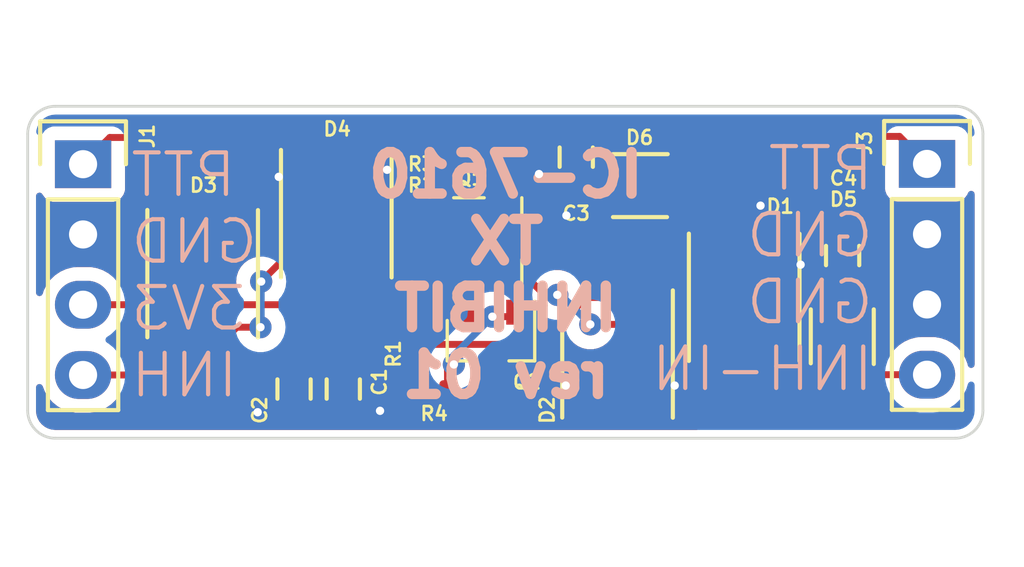
<source format=kicad_pcb>
(kicad_pcb (version 20221018) (generator pcbnew)
  (title_block (title "IC-746 TX inhibit") (date "2023-09-14") (rev "01"))
  (layers (0 "F.Cu" signal) (31 "B.Cu" signal) (34 "B.Paste" user) (35 "F.Paste" user) (36 "B.SilkS" user "B.Silkscreen") (37 "F.SilkS" user "F.Silkscreen") (38 "B.Mask" user) (39 "F.Mask" user) (44 "Edge.Cuts" user))
  (net 0 "")
  (net 1 "Net-(D4-A)")
  (net 2 "GND")
  (net 3 "Net-(D3-A)")
  (net 4 "Net-(D6-K)")
  (net 5 "Net-(D5-K)")
  (net 6 "Net-(D1-A)")
  (net 7 "Net-(D2-A)")
  (net 8 "Net-(Q1-G)")
  (net 9 "Net-(Q1-S)")
  (net 10 "Net-(Q2-G)")
  (footprint "RemoteQTH:R_0402" (layer "F.Cu") (at 14.192 -3.556 -90)
    (fp_text reference "R1" (at 0.508 0.984 90) (layer "F.SilkS") (effects (font (size 0.5 0.5) (thickness 0.1))))
    (fp_text value "R_10k_1%_0402")
    (pad "1" smd roundrect (at -0.485 0 270) (size 0.59 0.64) (layers "F.Cu" "F.Paste" "F.Mask") (net 1 "Net-(D4-A)"))
    (pad "2" smd roundrect (at 0.485 0 270) (size 0.59 0.64) (layers "F.Cu" "F.Paste" "F.Mask") (net 7 "Net-(D2-A)"))
  )
  (footprint "RemoteQTH:D_SOD-123" (layer "F.Cu") (at 29.432 -2.683 -90)
    (fp_text reference "D5" (at -5.953 -0.032 -180) (layer "F.SilkS") (effects (font (size 0.5 0.5) (thickness 0.1))))
    (fp_text value "D_40V-1A_B5819W_SOD123")
    (fp_line (start -1.975 -1.125) (end 0 -1.125) (stroke (width 0.15)) (layer "F.SilkS"))
    (fp_line (start -1.975 1.15) (end -0.025 1.15) (stroke (width 0.15)) (layer "F.SilkS"))
    (pad "1" smd rect (at -1.635 0 270) (size 0.91 1.22) (layers "F.Cu" "F.Paste" "F.Mask") (net 5 "Net-(D5-K)"))
    (pad "2" smd rect (at 1.635 0 270) (size 0.91 1.22) (layers "F.Cu" "F.Paste" "F.Mask") (net 6 "Net-(D1-A)"))
  )
  (footprint "RemoteQTH:D_SMB_Standard" (layer "F.Cu") (at 6.318 -4.92884 -90)
    (fp_text reference "D3" (at -4.21516 -0.032 -180) (layer "F.SilkS") (effects (font (size 0.5 0.5) (thickness 0.1))))
    (fp_text value "D_TVS-5.8V-58A_P6SMB6.8CA_SMB-DO214AA")
    (fp_line (start -3.32232 1.99644) (end 1.28016 1.99644) (stroke (width 0.15)) (layer "F.SilkS"))
    (fp_line (start -3.31724 -1.99898) (end 1.28524 -1.99898) (stroke (width 0.15)) (layer "F.SilkS"))
    (pad "1" smd rect (at -2.14884 0 270) (size 2.49936 2.30124) (layers "F.Cu" "F.Paste" "F.Mask") (net 2 "GND"))
    (pad "2" smd rect (at 2.14884 0 270) (size 2.49936 2.30124) (layers "F.Cu" "F.Paste" "F.Mask") (net 3 "Net-(D3-A)"))
  )
  (footprint "RemoteQTH:D_SMB_Standard" (layer "F.Cu") (at 21.304 -4.064 90)
    (fp_text reference "D2" (at -3.048 -2.54 90) (layer "F.SilkS") (effects (font (size 0.5 0.5) (thickness 0.1))))
    (fp_text value "D_TVS-5.8V-58A_P6SMB6.8CA_SMB-DO214AA")
    (fp_line (start -3.32232 1.99644) (end 1.28016 1.99644) (stroke (width 0.15)) (layer "F.SilkS"))
    (fp_line (start -3.31724 -1.99898) (end 1.28524 -1.99898) (stroke (width 0.15)) (layer "F.SilkS"))
    (pad "1" smd rect (at -2.14884 0 90) (size 2.49936 2.30124) (layers "F.Cu" "F.Paste" "F.Mask") (net 2 "GND"))
    (pad "2" smd rect (at 2.14884 0 90) (size 2.49936 2.30124) (layers "F.Cu" "F.Paste" "F.Mask") (net 7 "Net-(D2-A)"))
  )
  (footprint "RemoteQTH:D_SOD-123" (layer "F.Cu") (at 23.114 -9.144)
    (fp_text reference "D6" (at -1.016 -1.725) (layer "F.SilkS") (effects (font (size 0.5 0.5) (thickness 0.1))))
    (fp_text value "D_40V-1A_B5819W_SOD123")
    (fp_line (start -1.975 -1.125) (end 0 -1.125) (stroke (width 0.15)) (layer "F.SilkS"))
    (fp_line (start -1.975 1.15) (end -0.025 1.15) (stroke (width 0.15)) (layer "F.SilkS"))
    (pad "1" smd rect (at -1.635 0) (size 0.91 1.22) (layers "F.Cu" "F.Paste" "F.Mask") (net 4 "Net-(D6-K)"))
    (pad "2" smd rect (at 1.635 0) (size 0.91 1.22) (layers "F.Cu" "F.Paste" "F.Mask") (net 7 "Net-(D2-A)"))
  )
  (footprint "RemoteQTH:D_SMB_Standard" (layer "F.Cu") (at 25.876 -4.074 -90)
    (fp_text reference "D1" (at -4.308 -1.302 -180) (layer "F.SilkS") (effects (font (size 0.5 0.5) (thickness 0.1))))
    (fp_text value "D_TVS-5.8V-58A_P6SMB6.8CA_SMB-DO214AA")
    (fp_line (start -3.32232 1.99644) (end 1.28016 1.99644) (stroke (width 0.15)) (layer "F.SilkS"))
    (fp_line (start -3.31724 -1.99898) (end 1.28524 -1.99898) (stroke (width 0.15)) (layer "F.SilkS"))
    (pad "1" smd rect (at -2.14884 0 270) (size 2.49936 2.30124) (layers "F.Cu" "F.Paste" "F.Mask") (net 2 "GND"))
    (pad "2" smd rect (at 2.14884 0 270) (size 2.49936 2.30124) (layers "F.Cu" "F.Paste" "F.Mask") (net 6 "Net-(D1-A)"))
  )
  (footprint "RemoteQTH:SOT-23" (layer "F.Cu") (at 16.732 -3.556 90)
    (fp_text reference "Q2" (at -1.524 1.302 180) (layer "F.SilkS") (effects (font (size 0.5 0.5) (thickness 0.1))))
    (fp_text value "PFET_-20V_3A_Si2319CDS_SOT23")
    (fp_line (start -0.76 -1.58) (end -0.76 -0.65) (stroke (width 0.12)) (layer "F.SilkS"))
    (fp_line (start -0.76 -1.58) (end 0.7 -1.58) (stroke (width 0.12)) (layer "F.SilkS"))
    (fp_line (start -0.76 1.58) (end -0.76 0.65) (stroke (width 0.12)) (layer "F.SilkS"))
    (fp_line (start -0.76 1.58) (end 1.4 1.58) (stroke (width 0.12)) (layer "F.SilkS"))
    (pad "1" smd rect (at 1 0.95 270) (size 0.9 0.8) (layers "F.Cu" "F.Paste" "F.Mask") (net 10 "Net-(Q2-G)"))
    (pad "2" smd rect (at 1 -0.95 270) (size 0.9 0.8) (layers "F.Cu" "F.Paste" "F.Mask") (net 9 "Net-(Q1-S)"))
    (pad "3" smd rect (at -1 0 270) (size 0.9 0.8) (layers "F.Cu" "F.Paste" "F.Mask") (net 2 "GND"))
  )
  (footprint "RemoteQTH:Conn_PinHeaderStraight_1x04_2,54mm" (layer "F.Cu") (at 2 -9.906)
    (fp_text reference "J1" (at 2.318 -1.016 90) (layer "F.SilkS") (effects (font (size 0.5 0.5) (thickness 0.1))))
    (fp_text value "Conn_01x04_PinHeaderStraight_2,54mm")
    (fp_line (start -1.55 -1.55) (end 1.55 -1.55) (stroke (width 0.15)) (layer "F.SilkS"))
    (fp_line (start -1.55 0) (end -1.55 -1.55) (stroke (width 0.15)) (layer "F.SilkS"))
    (fp_line (start -1.27 1.27) (end -1.27 8.89) (stroke (width 0.15)) (layer "F.SilkS"))
    (fp_line (start -1.27 8.89) (end 1.27 8.89) (stroke (width 0.15)) (layer "F.SilkS"))
    (fp_line (start 1.27 1.27) (end -1.27 1.27) (stroke (width 0.15)) (layer "F.SilkS"))
    (fp_line (start 1.27 8.89) (end 1.27 1.27) (stroke (width 0.15)) (layer "F.SilkS"))
    (fp_line (start 1.55 -1.55) (end 1.55 0) (stroke (width 0.15)) (layer "F.SilkS"))
    (pad "1" thru_hole rect (at 0 0) (size 2.032 1.7272) (drill 1.016) (layers "*.Cu" "*.Mask") (net 4 "Net-(D6-K)"))
    (pad "2" thru_hole oval (at 0 2.54) (size 2.032 1.7272) (drill 1.016) (layers "*.Cu" "*.Mask") (net 2 "GND"))
    (pad "3" thru_hole oval (at 0 5.08) (size 2.032 1.7272) (drill 1.016) (layers "*.Cu" "*.Mask") (net 1 "Net-(D4-A)"))
    (pad "4" thru_hole oval (at 0 7.62) (size 2.032 1.7272) (drill 1.016) (layers "*.Cu" "*.Mask") (net 3 "Net-(D3-A)"))
  )
  (footprint "RemoteQTH:C_0603" (layer "F.Cu") (at 9.62 -1.778 -90)
    (fp_text reference "C2" (at 0.762 1.238 90) (layer "F.SilkS") (effects (font (size 0.5 0.5) (thickness 0.1))))
    (fp_text value "C_1n5_50V_0603")
    (fp_line (start -0.35 -0.6) (end 0.35 -0.6) (stroke (width 0.15)) (layer "F.SilkS"))
    (fp_line (start 0.35 0.6) (end -0.35 0.6) (stroke (width 0.15)) (layer "F.SilkS"))
    (pad "1" smd rect (at -0.75 0 270) (size 0.8 0.75) (layers "F.Cu" "F.Paste" "F.Mask") (net 3 "Net-(D3-A)"))
    (pad "2" smd rect (at 0.75 0 270) (size 0.8 0.75) (layers "F.Cu" "F.Paste" "F.Mask") (net 2 "GND"))
  )
  (footprint "RemoteQTH:R_0402" (layer "F.Cu") (at 14.677 -1.778 180)
    (fp_text reference "R4" (at 0 -0.889) (layer "F.SilkS") (effects (font (size 0.5 0.5) (thickness 0.1))))
    (fp_text value "R_100R_1%_0402")
    (pad "1" smd roundrect (at -0.485 0 180) (size 0.59 0.64) (layers "F.Cu" "F.Paste" "F.Mask") (net 10 "Net-(Q2-G)"))
    (pad "2" smd roundrect (at 0.485 0 180) (size 0.59 0.64) (layers "F.Cu" "F.Paste" "F.Mask") (net 7 "Net-(D2-A)"))
  )
  (footprint "RemoteQTH:D_SMB_Standard" (layer "F.Cu") (at 11.144 -7.098 -90)
    (fp_text reference "D4" (at -4.078 -0.032 -180) (layer "F.SilkS") (effects (font (size 0.5 0.5) (thickness 0.1))))
    (fp_text value "D_TVS-5.8V-58A_P6SMB6.8CA_SMB-DO214AA")
    (fp_line (start -3.32232 1.99644) (end 1.28016 1.99644) (stroke (width 0.15)) (layer "F.SilkS"))
    (fp_line (start -3.31724 -1.99898) (end 1.28524 -1.99898) (stroke (width 0.15)) (layer "F.SilkS"))
    (pad "1" smd rect (at -2.14884 0 270) (size 2.49936 2.30124) (layers "F.Cu" "F.Paste" "F.Mask") (net 2 "GND"))
    (pad "2" smd rect (at 2.14884 0 270) (size 2.49936 2.30124) (layers "F.Cu" "F.Paste" "F.Mask") (net 1 "Net-(D4-A)"))
  )
  (footprint "RemoteQTH:C_0603" (layer "F.Cu") (at 11.398 -1.778 -90)
    (fp_text reference "C1" (at -0.254 -1.302 90) (layer "F.SilkS") (effects (font (size 0.5 0.5) (thickness 0.1))))
    (fp_text value "C_100n_50V_0603")
    (fp_line (start -0.35 -0.6) (end 0.35 -0.6) (stroke (width 0.15)) (layer "F.SilkS"))
    (fp_line (start 0.35 0.6) (end -0.35 0.6) (stroke (width 0.15)) (layer "F.SilkS"))
    (pad "1" smd rect (at -0.75 0 270) (size 0.8 0.75) (layers "F.Cu" "F.Paste" "F.Mask") (net 1 "Net-(D4-A)"))
    (pad "2" smd rect (at 0.75 0 270) (size 0.8 0.75) (layers "F.Cu" "F.Paste" "F.Mask") (net 2 "GND"))
  )
  (footprint "RemoteQTH:SOT-23W" (layer "F.Cu") (at 16.986 -7.112 180)
    (fp_text reference "Q1" (at 0.984 2.286) (layer "F.SilkS") (effects (font (size 0.5 0.5) (thickness 0.1))))
    (fp_text value "NFET_30V_5.7A_AO3400A_SOT23W")
    (fp_line (start -0.86 -1.58) (end -0.86 -0.65) (stroke (width 0.12)) (layer "F.SilkS"))
    (fp_line (start -0.86 1.58) (end -0.86 0.65) (stroke (width 0.12)) (layer "F.SilkS"))
    (fp_line (start 0.5 1.58) (end 1.6 1.58) (stroke (width 0.12)) (layer "F.SilkS"))
    (pad "1" smd rect (at 1.25 0.95) (size 0.9 0.8) (layers "F.Cu" "F.Paste" "F.Mask") (net 8 "Net-(Q1-G)"))
    (pad "2" smd rect (at 1.25 -0.95) (size 0.9 0.8) (layers "F.Cu" "F.Paste" "F.Mask") (net 9 "Net-(Q1-S)"))
    (pad "3" smd rect (at -1.25 0) (size 0.9 0.8) (layers "F.Cu" "F.Paste" "F.Mask") (net 3 "Net-(D3-A)"))
  )
  (footprint "RemoteQTH:C_0603" (layer "F.Cu") (at 19.812 -10.16 -90)
    (fp_text reference "C3" (at 2.032 0 -180) (layer "F.SilkS") (effects (font (size 0.5 0.5) (thickness 0.1))))
    (fp_text value "C_1n5_50V_0603")
    (fp_line (start -0.35 -0.6) (end 0.35 -0.6) (stroke (width 0.15)) (layer "F.SilkS"))
    (fp_line (start 0.35 0.6) (end -0.35 0.6) (stroke (width 0.15)) (layer "F.SilkS"))
    (pad "1" smd rect (at -0.75 0 270) (size 0.8 0.75) (layers "F.Cu" "F.Paste" "F.Mask") (net 4 "Net-(D6-K)"))
    (pad "2" smd rect (at 0.75 0 270) (size 0.8 0.75) (layers "F.Cu" "F.Paste" "F.Mask") (net 2 "GND"))
  )
  (footprint "RemoteQTH:C_0603" (layer "F.Cu") (at 29.432 -6.604 90)
    (fp_text reference "C4" (at 2.794 0.032 180) (layer "F.SilkS") (effects (font (size 0.5 0.5) (thickness 0.1))))
    (fp_text value "C_1n5_50V_0603")
    (fp_line (start -0.35 -0.6) (end 0.35 -0.6) (stroke (width 0.15)) (layer "F.SilkS"))
    (fp_line (start 0.35 0.6) (end -0.35 0.6) (stroke (width 0.15)) (layer "F.SilkS"))
    (pad "1" smd rect (at -0.75 0 90) (size 0.8 0.75) (layers "F.Cu" "F.Paste" "F.Mask") (net 5 "Net-(D5-K)"))
    (pad "2" smd rect (at 0.75 0 90) (size 0.8 0.75) (layers "F.Cu" "F.Paste" "F.Mask") (net 2 "GND"))
  )
  (footprint "RemoteQTH:Conn_PinHeaderStraight_1x04_2,54mm" (layer "F.Cu") (at 32.48 -9.916)
    (fp_text reference "J3" (at -2.254 -0.752 90) (layer "F.SilkS") (effects (font (size 0.5 0.5) (thickness 0.1))))
    (fp_text value "Conn_01x04_PinHeaderStraight_2,54mm")
    (fp_line (start -1.55 -1.55) (end 1.55 -1.55) (stroke (width 0.15)) (layer "F.SilkS"))
    (fp_line (start -1.55 0) (end -1.55 -1.55) (stroke (width 0.15)) (layer "F.SilkS"))
    (fp_line (start -1.27 1.27) (end -1.27 8.89) (stroke (width 0.15)) (layer "F.SilkS"))
    (fp_line (start -1.27 8.89) (end 1.27 8.89) (stroke (width 0.15)) (layer "F.SilkS"))
    (fp_line (start 1.27 1.27) (end -1.27 1.27) (stroke (width 0.15)) (layer "F.SilkS"))
    (fp_line (start 1.27 8.89) (end 1.27 1.27) (stroke (width 0.15)) (layer "F.SilkS"))
    (fp_line (start 1.55 -1.55) (end 1.55 0) (stroke (width 0.15)) (layer "F.SilkS"))
    (pad "1" thru_hole rect (at 0 0) (size 2.032 1.7272) (drill 1.016) (layers "*.Cu" "*.Mask") (net 4 "Net-(D6-K)"))
    (pad "2" thru_hole oval (at 0 2.54) (size 2.032 1.7272) (drill 1.016) (layers "*.Cu" "*.Mask") (net 2 "GND"))
    (pad "3" thru_hole oval (at 0 5.08) (size 2.032 1.7272) (drill 1.016) (layers "*.Cu" "*.Mask") (net 2 "GND"))
    (pad "4" thru_hole oval (at 0 7.62) (size 2.032 1.7272) (drill 1.016) (layers "*.Cu" "*.Mask") (net 5 "Net-(D5-K)"))
  )
  (footprint "RemoteQTH:R_0402" (layer "F.Cu") (at 14.192 -5.611 90)
    (fp_text reference "R2" (at 3.533 0.032 180) (layer "F.SilkS") (effects (font (size 0.5 0.5) (thickness 0.1))))
    (fp_text value "R_10k_1%_0402")
    (pad "1" smd roundrect (at -0.485 0 90) (size 0.59 0.64) (layers "F.Cu" "F.Paste" "F.Mask") (net 1 "Net-(D4-A)"))
    (pad "2" smd roundrect (at 0.485 0 90) (size 0.59 0.64) (layers "F.Cu" "F.Paste" "F.Mask") (net 6 "Net-(D1-A)"))
  )
  (footprint "RemoteQTH:R_0402" (layer "F.Cu") (at 14.192 -7.62 -90)
    (fp_text reference "R3" (at -2.286 -0.032 -180) (layer "F.SilkS") (effects (font (size 0.5 0.5) (thickness 0.1))))
    (fp_text value "R_100R_1%_0402")
    (pad "1" smd roundrect (at -0.485 0 270) (size 0.59 0.64) (layers "F.Cu" "F.Paste" "F.Mask") (net 8 "Net-(Q1-G)"))
    (pad "2" smd roundrect (at 0.485 0 270) (size 0.59 0.64) (layers "F.Cu" "F.Paste" "F.Mask") (net 6 "Net-(D1-A)"))
  )
  (gr_line (start 1 0) (end 33.5 0) (stroke (width 0.1)) (layer "Edge.Cuts"))
  (gr_line (start 0 -11) (end 0 -1) (stroke (width 0.1)) (layer "Edge.Cuts"))
  (gr_arc (start 33.5 -12) (mid 34.207107 -11.707107) (end 34.5 -11) (stroke (width 0.1)) (layer "Edge.Cuts"))
  (gr_line (start 33.5 -12) (end 1 -12) (stroke (width 0.1)) (layer "Edge.Cuts"))
  (gr_arc (start 1 0) (mid 0.292893 -0.292893) (end 0 -1) (stroke (width 0.1)) (layer "Edge.Cuts"))
  (gr_line (start 34.5 -1) (end 34.5 -11) (stroke (width 0.1)) (layer "Edge.Cuts"))
  (gr_arc (start 0 -11) (mid 0.292893 -11.707107) (end 1 -12) (stroke (width 0.1)) (layer "Edge.Cuts"))
  (gr_arc (start 34.5 -1) (mid 34.207107 -0.292893) (end 33.5 0) (stroke (width 0.1)) (layer "Edge.Cuts"))
  (gr_text "PTT\nGND\nGND\nINH-IN" (at 30.6324 -1.6256) (layer "B.SilkS") (effects (font (size 1.5 1.5)) (justify left bottom mirror)))
  (gr_text "PTT\nGND\n3V3\nINH" (at 3.6322 -1.397) (layer "B.SilkS") (effects (font (size 1.5 1.5)) (justify right bottom mirror)))
  (gr_text "IC-7610\nTX\nINHIBIT\nrev 01" (at 17.272 -1.397) (layer "B.SilkS") (effects (font (size 1.5 1.5) (thickness 0.375) bold) (justify bottom mirror)))
  (segment (start 11.398 -2.528) (end 11.398 -4.69516) (width 0.25) (layer "F.Cu") (net 1))
  (segment (start 14.192 -5.126) (end 14.01516 -4.94916) (width 0.25) (layer "F.Cu") (net 1))
  (segment (start 11.02084 -4.826) (end 11.144 -4.94916) (width 0.25) (layer "F.Cu") (net 1))
  (segment (start 14.01516 -4.94916) (end 11.144 -4.94916) (width 0.25) (layer "F.Cu") (net 1))
  (segment (start 14.192 -4.041) (end 14.192 -5.126) (width 0.25) (layer "F.Cu") (net 1))
  (segment (start 2 -4.826) (end 11.02084 -4.826) (width 0.25) (layer "F.Cu") (net 1))
  (segment (start 11.398 -4.69516) (end 11.144 -4.94916) (width 0.25) (layer "F.Cu") (net 1))
  (segment (start 19.812 -9.41) (end 20.0018 -9.41) (width 0.25) (layer "F.Cu") (net 2))
  (via (at 18.4658 -9.5504) (size 0.8) (drill 0.3) (layers "F.Cu" "B.Cu") (net 2))
  (via (at 12.7254 -0.9906) (size 0.8) (drill 0.3) (layers "F.Cu" "B.Cu") (net 2))
  (via (at 19.4564 -8.0518) (size 0.8) (drill 0.3) (layers "F.Cu" "B.Cu") (net 2))
  (via (at 9.0678 -9.4488) (size 0.8) (drill 0.3) (layers "F.Cu" "B.Cu") (net 2))
  (via (at 27.9146 -6.2738) (size 0.8) (drill 0.3) (layers "F.Cu" "B.Cu") (net 2))
  (via (at 8.3058 -0.9398) (size 0.8) (drill 0.3) (layers "F.Cu" "B.Cu") (net 2))
  (via (at 23.368 -1.905) (size 0.8) (drill 0.3) (layers "F.Cu" "B.Cu") (net 2))
  (via (at 26.4668 -8.4074) (size 0.8) (drill 0.3) (layers "F.Cu" "B.Cu") (net 2))
  (via (at 12.9794 -9.7028) (size 0.8) (drill 0.3) (layers "F.Cu" "B.Cu") (net 2))
  (via (at 19.431 -1.905) (size 0.8) (drill 0.3) (layers "F.Cu" "B.Cu") (net 2))
  (segment (start 2 -2.286) (end 5.824 -2.286) (width 0.25) (layer "F.Cu") (net 3))
  (segment (start 8.4074 -4.0132) (end 7.5512 -4.0132) (width 0.25) (layer "F.Cu") (net 3))
  (segment (start 6.57 -2.528) (end 6.318 -2.78) (width 0.25) (layer "F.Cu") (net 3))
  (segment (start 16.561 -8.787) (end 13.6892 -8.787) (width 0.25) (layer "F.Cu") (net 3))
  (segment (start 13.6892 -8.787) (end 11.42604 -6.52384) (width 0.25) (layer "F.Cu") (net 3))
  (segment (start 11.42604 -6.52384) (end 9.29244 -6.52384) (width 0.25) (layer "F.Cu") (net 3))
  (segment (start 9.62 -2.528) (end 6.57 -2.528) (width 0.25) (layer "F.Cu") (net 3))
  (segment (start 5.824 -2.286) (end 6.318 -2.78) (width 0.25) (layer "F.Cu") (net 3))
  (segment (start 7.5512 -4.0132) (end 6.318 -2.78) (width 0.25) (layer "F.Cu") (net 3))
  (segment (start 9.29244 -6.52384) (end 8.4328 -5.6642) (width 0.25) (layer "F.Cu") (net 3))
  (segment (start 18.236 -7.112) (end 16.561 -8.787) (width 0.25) (layer "F.Cu") (net 3))
  (via (at 8.4328 -5.6642) (size 0.8) (drill 0.3) (layers "F.Cu" "B.Cu") (net 3))
  (via (at 8.4074 -4.0132) (size 0.8) (drill 0.3) (layers "F.Cu" "B.Cu") (net 3))
  (segment (start 8.4328 -5.6642) (end 8.4328 -4.0386) (width 0.25) (layer "B.Cu") (net 3))
  (segment (start 8.4328 -4.0386) (end 8.4074 -4.0132) (width 0.25) (layer "B.Cu") (net 3))
  (segment (start 21.213 -9.41) (end 21.479 -9.144) (width 0.25) (layer "F.Cu") (net 4))
  (segment (start 21.479 -9.243) (end 19.812 -10.91) (width 0.25) (layer "F.Cu") (net 4))
  (segment (start 2.9652 -10.8712) (end 19.7732 -10.8712) (width 0.25) (layer "F.Cu") (net 4))
  (segment (start 31.486 -10.91) (end 32.48 -9.916) (width 0.25) (layer "F.Cu") (net 4))
  (segment (start 2 -9.906) (end 2.9652 -10.8712) (width 0.25) (layer "F.Cu") (net 4))
  (segment (start 19.7732 -10.8712) (end 19.812 -10.91) (width 0.25) (layer "F.Cu") (net 4))
  (segment (start 21.479 -9.144) (end 21.479 -9.243) (width 0.25) (layer "F.Cu") (net 4))
  (segment (start 19.812 -10.91) (end 31.486 -10.91) (width 0.25) (layer "F.Cu") (net 4))
  (segment (start 29.432 -5.854) (end 29.432 -4.318) (width 0.25) (layer "F.Cu") (net 5))
  (segment (start 32.48 -2.296) (end 30.4446 -2.296) (width 0.25) (layer "F.Cu") (net 5))
  (segment (start 30.4446 -2.296) (end 29.432 -3.3086) (width 0.25) (layer "F.Cu") (net 5))
  (segment (start 29.432 -3.3086) (end 29.432 -4.318) (width 0.25) (layer "F.Cu") (net 5))
  (segment (start 15.2842 -7.1882) (end 16.6598 -7.1882) (width 0.25) (layer "F.Cu") (net 6))
  (segment (start 20.32 -4.1148) (end 23.68636 -4.1148) (width 0.25) (layer "F.Cu") (net 6))
  (segment (start 14.192 -6.096) (end 15.2842 -7.1882) (width 0.25) (layer "F.Cu") (net 6))
  (segment (start 23.68636 -4.1148) (end 25.876 -1.92516) (width 0.25) (layer "F.Cu") (net 6))
  (segment (start 16.6598 -7.1882) (end 18.6664 -5.1816) (width 0.25) (layer "F.Cu") (net 6))
  (segment (start 26.75316 -1.048) (end 25.876 -1.92516) (width 0.25) (layer "F.Cu") (net 6))
  (segment (start 14.192 -7.135) (end 14.192 -6.096) (width 0.25) (layer "F.Cu") (net 6))
  (segment (start 18.6664 -5.1816) (end 19.1262 -5.1816) (width 0.25) (layer "F.Cu") (net 6))
  (segment (start 29.432 -1.048) (end 26.75316 -1.048) (width 0.25) (layer "F.Cu") (net 6))
  (via (at 19.1262 -5.1816) (size 0.8) (drill 0.3) (layers "F.Cu" "B.Cu") (net 6))
  (via (at 20.32 -4.1148) (size 0.8) (drill 0.3) (layers "F.Cu" "B.Cu") (net 6))
  (segment (start 19.2532 -5.1816) (end 20.32 -4.1148) (width 0.25) (layer "B.Cu") (net 6))
  (segment (start 19.1262 -5.1816) (end 19.2532 -5.1816) (width 0.25) (layer "B.Cu") (net 6))
  (segment (start 14.192 -3.071) (end 14.192 -1.778) (width 0.25) (layer "F.Cu") (net 7))
  (segment (start 14.192 -3.071) (end 14.513 -3.392) (width 0.25) (layer "F.Cu") (net 7))
  (segment (start 21.304 -6.21284) (end 21.81784 -6.21284) (width 0.25) (layer "F.Cu") (net 7))
  (segment (start 14.513 -3.392) (end 18.48316 -3.392) (width 0.25) (layer "F.Cu") (net 7))
  (segment (start 21.81784 -6.21284) (end 24.749 -9.144) (width 0.25) (layer "F.Cu") (net 7))
  (segment (start 18.48316 -3.392) (end 21.304 -6.21284) (width 0.25) (layer "F.Cu") (net 7))
  (segment (start 15.736 -8.062) (end 14.235 -8.062) (width 0.25) (layer "F.Cu") (net 8))
  (segment (start 14.235 -8.062) (end 14.192 -8.105) (width 0.25) (layer "F.Cu") (net 8))
  (segment (start 15.736 -4.602) (end 15.782 -4.556) (width 0.25) (layer "F.Cu") (net 9))
  (segment (start 15.736 -6.162) (end 15.736 -4.602) (width 0.25) (layer "F.Cu") (net 9))
  (segment (start 15.162 -1.778) (end 15.162 -2.4366) (width 0.25) (layer "F.Cu") (net 10))
  (segment (start 15.162 -2.4366) (end 15.3924 -2.667) (width 0.25) (layer "F.Cu") (net 10))
  (segment (start 16.781502 -4.3942) (end 17.5202 -4.3942) (width 0.25) (layer "F.Cu") (net 10))
  (segment (start 17.5202 -4.3942) (end 17.682 -4.556) (width 0.25) (layer "F.Cu") (net 10))
  (via (at 16.781502 -4.3942) (size 0.8) (drill 0.3) (layers "F.Cu" "B.Cu") (net 10))
  (via (at 15.3924 -2.667) (size 0.8) (drill 0.3) (layers "F.Cu" "B.Cu") (net 10))
  (segment (start 15.3924 -3.005098) (end 16.781502 -4.3942) (width 0.25) (layer "B.Cu") (net 10))
  (segment (start 15.3924 -2.667) (end 15.3924 -3.005098) (width 0.25) (layer "B.Cu") (net 10))
  (zone (net 2) (net_name "GND") (layers "F&B.Cu") (connect_pads yes (clearance 0.5)) (min_thickness 0.25) (fill yes (thermal_gap 0.3) (thermal_bridge_width 0.3))
    (polygon (pts (xy -1 -13) (xy -1 1) (xy 36 1) (xy 36 -13)))
  )
)
</source>
